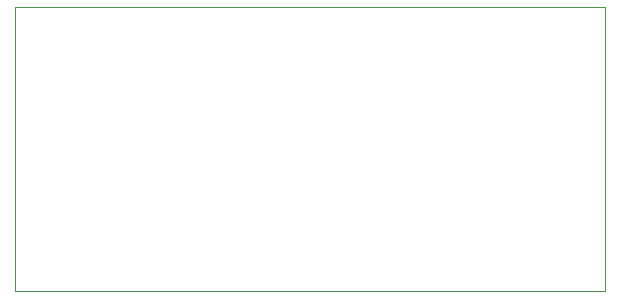
<source format=gbr>
%TF.GenerationSoftware,Altium Limited,Altium Designer,25.4.2 (15)*%
G04 Layer_Color=0*
%FSLAX45Y45*%
%MOMM*%
%TF.SameCoordinates,CEA3B553-39D9-45E3-89D3-1F66C04990E3*%
%TF.FilePolarity,Positive*%
%TF.FileFunction,Profile,NP*%
%TF.Part,Single*%
G01*
G75*
%TA.AperFunction,Profile*%
%ADD26C,0.02540*%
D26*
X11500000Y6123000D02*
Y6400000D01*
X11650000D01*
X14873000Y6400000D01*
X16500000D01*
Y4000000D01*
X11500000D01*
Y6123000D01*
%TF.MD5,78717f8fd18b3d86076723d57eacd68c*%
M02*

</source>
